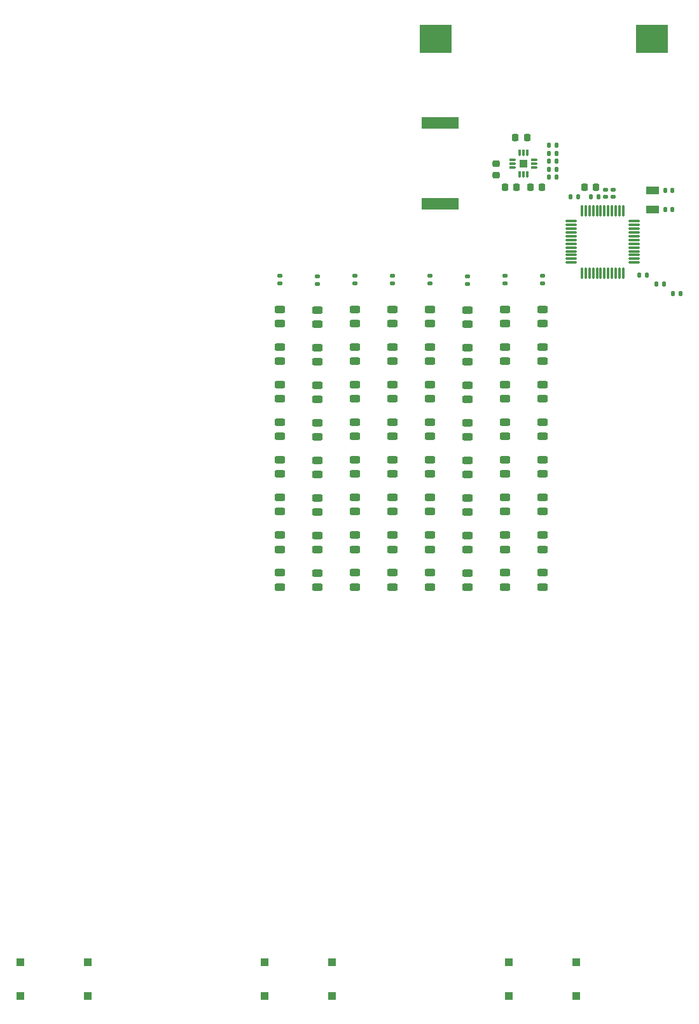
<source format=gbr>
%TF.GenerationSoftware,KiCad,Pcbnew,8.0.6*%
%TF.CreationDate,2024-10-30T01:37:24+00:00*%
%TF.ProjectId,Chirstmas-Card,43686972-7374-46d6-9173-2d436172642e,rev?*%
%TF.SameCoordinates,Original*%
%TF.FileFunction,Paste,Top*%
%TF.FilePolarity,Positive*%
%FSLAX46Y46*%
G04 Gerber Fmt 4.6, Leading zero omitted, Abs format (unit mm)*
G04 Created by KiCad (PCBNEW 8.0.6) date 2024-10-30 01:37:24*
%MOMM*%
%LPD*%
G01*
G04 APERTURE LIST*
G04 Aperture macros list*
%AMRoundRect*
0 Rectangle with rounded corners*
0 $1 Rounding radius*
0 $2 $3 $4 $5 $6 $7 $8 $9 X,Y pos of 4 corners*
0 Add a 4 corners polygon primitive as box body*
4,1,4,$2,$3,$4,$5,$6,$7,$8,$9,$2,$3,0*
0 Add four circle primitives for the rounded corners*
1,1,$1+$1,$2,$3*
1,1,$1+$1,$4,$5*
1,1,$1+$1,$6,$7*
1,1,$1+$1,$8,$9*
0 Add four rect primitives between the rounded corners*
20,1,$1+$1,$2,$3,$4,$5,0*
20,1,$1+$1,$4,$5,$6,$7,0*
20,1,$1+$1,$6,$7,$8,$9,0*
20,1,$1+$1,$8,$9,$2,$3,0*%
G04 Aperture macros list end*
%ADD10C,0.010000*%
%ADD11R,5.000000X1.500000*%
%ADD12RoundRect,0.135000X-0.135000X-0.185000X0.135000X-0.185000X0.135000X0.185000X-0.135000X0.185000X0*%
%ADD13RoundRect,0.135000X0.135000X0.185000X-0.135000X0.185000X-0.135000X-0.185000X0.135000X-0.185000X0*%
%ADD14R,1.800000X1.000000*%
%ADD15RoundRect,0.039000X0.381000X0.091000X-0.381000X0.091000X-0.381000X-0.091000X0.381000X-0.091000X0*%
%ADD16RoundRect,0.039000X0.091000X0.381000X-0.091000X0.381000X-0.091000X-0.381000X0.091000X-0.381000X0*%
%ADD17R,1.000000X1.000000*%
%ADD18RoundRect,0.135000X-0.185000X0.135000X-0.185000X-0.135000X0.185000X-0.135000X0.185000X0.135000X0*%
%ADD19RoundRect,0.225000X0.225000X0.250000X-0.225000X0.250000X-0.225000X-0.250000X0.225000X-0.250000X0*%
%ADD20RoundRect,0.140000X0.140000X0.170000X-0.140000X0.170000X-0.140000X-0.170000X0.140000X-0.170000X0*%
%ADD21RoundRect,0.140000X0.170000X-0.140000X0.170000X0.140000X-0.170000X0.140000X-0.170000X-0.140000X0*%
%ADD22RoundRect,0.140000X-0.140000X-0.170000X0.140000X-0.170000X0.140000X0.170000X-0.140000X0.170000X0*%
%ADD23RoundRect,0.225000X-0.250000X0.225000X-0.250000X-0.225000X0.250000X-0.225000X0.250000X0.225000X0*%
%ADD24R,4.200000X3.800000*%
%ADD25RoundRect,0.243750X-0.456250X0.243750X-0.456250X-0.243750X0.456250X-0.243750X0.456250X0.243750X0*%
%ADD26RoundRect,0.075000X-0.075000X0.662500X-0.075000X-0.662500X0.075000X-0.662500X0.075000X0.662500X0*%
%ADD27RoundRect,0.075000X-0.662500X0.075000X-0.662500X-0.075000X0.662500X-0.075000X0.662500X0.075000X0*%
%ADD28RoundRect,0.225000X-0.225000X-0.250000X0.225000X-0.250000X0.225000X0.250000X-0.225000X0.250000X0*%
G04 APERTURE END LIST*
D10*
%TO.C,U1*%
X122910000Y-60035000D02*
X121990000Y-60035000D01*
X121990000Y-59115000D01*
X122910000Y-59115000D01*
X122910000Y-60035000D01*
G36*
X122910000Y-60035000D02*
G01*
X121990000Y-60035000D01*
X121990000Y-59115000D01*
X122910000Y-59115000D01*
X122910000Y-60035000D01*
G37*
%TD*%
D11*
%TO.C,LS1*%
X111375000Y-54175000D03*
X111375000Y-64975000D03*
%TD*%
D12*
%TO.C,R16*%
X125887500Y-61425000D03*
X126907500Y-61425000D03*
%TD*%
D13*
%TO.C,R15*%
X126907500Y-60350000D03*
X125887500Y-60350000D03*
%TD*%
D14*
%TO.C,Y1*%
X139675000Y-65700000D03*
X139675000Y-63200000D03*
%TD*%
D15*
%TO.C,U1*%
X123880000Y-60075000D03*
X123880000Y-59575000D03*
X123880000Y-59075000D03*
D16*
X122950000Y-58145000D03*
X122450000Y-58145000D03*
X121950000Y-58145000D03*
D15*
X121020000Y-59075000D03*
X121020000Y-59575000D03*
X121020000Y-60075000D03*
D16*
X121950000Y-61005000D03*
X122450000Y-61005000D03*
X122950000Y-61005000D03*
%TD*%
D17*
%TO.C,SW3*%
X129500000Y-170250000D03*
X120500000Y-170250000D03*
X129500000Y-165750000D03*
X120500000Y-165750000D03*
%TD*%
%TO.C,SW2*%
X97000000Y-170250000D03*
X88000000Y-170250000D03*
X97000000Y-165750000D03*
X88000000Y-165750000D03*
%TD*%
%TO.C,SW1*%
X64500000Y-170250000D03*
X55500000Y-170250000D03*
X64500000Y-165750000D03*
X55500000Y-165750000D03*
%TD*%
D12*
%TO.C,R14*%
X125887500Y-57175000D03*
X126907500Y-57175000D03*
%TD*%
%TO.C,R13*%
X142330000Y-76850000D03*
X143350000Y-76850000D03*
%TD*%
%TO.C,R12*%
X140140000Y-75600000D03*
X141160000Y-75600000D03*
%TD*%
D13*
%TO.C,R11*%
X126907500Y-59300000D03*
X125887500Y-59300000D03*
%TD*%
D12*
%TO.C,R10*%
X125887500Y-58225000D03*
X126907500Y-58225000D03*
%TD*%
%TO.C,R9*%
X137890000Y-74400000D03*
X138910000Y-74400000D03*
%TD*%
D18*
%TO.C,R8*%
X125000000Y-74490000D03*
X125000000Y-75510000D03*
%TD*%
%TO.C,R7*%
X120000000Y-74490000D03*
X120000000Y-75510000D03*
%TD*%
%TO.C,R6*%
X115000000Y-74552499D03*
X115000000Y-75572499D03*
%TD*%
%TO.C,R5*%
X110000000Y-74490000D03*
X110000000Y-75510000D03*
%TD*%
%TO.C,R4*%
X105000000Y-74490000D03*
X105000000Y-75510000D03*
%TD*%
%TO.C,R3*%
X100000000Y-74490000D03*
X100000000Y-75510000D03*
%TD*%
%TO.C,R2*%
X95000000Y-74552499D03*
X95000000Y-75572499D03*
%TD*%
%TO.C,R1*%
X90000000Y-74490000D03*
X90000000Y-75510000D03*
%TD*%
D19*
%TO.C,C11*%
X132150000Y-62700000D03*
X130600000Y-62700000D03*
%TD*%
D20*
%TO.C,C10*%
X132430000Y-64025000D03*
X131470000Y-64025000D03*
%TD*%
D21*
%TO.C,C9*%
X134400000Y-64005000D03*
X134400000Y-63045000D03*
%TD*%
%TO.C,C8*%
X133400000Y-64005000D03*
X133400000Y-63045000D03*
%TD*%
D20*
%TO.C,C7*%
X129705000Y-64000000D03*
X128745000Y-64000000D03*
%TD*%
D22*
%TO.C,C6*%
X141345000Y-65700000D03*
X142305000Y-65700000D03*
%TD*%
%TO.C,C5*%
X141345000Y-63200000D03*
X142305000Y-63200000D03*
%TD*%
D23*
%TO.C,C4*%
X118797500Y-59575000D03*
X118797500Y-61125000D03*
%TD*%
D19*
%TO.C,C3*%
X122947500Y-56125000D03*
X121397500Y-56125000D03*
%TD*%
D24*
%TO.C,BT1*%
X139535000Y-43000000D03*
X110765000Y-43000000D03*
%TD*%
D19*
%TO.C,C1*%
X124922500Y-62700000D03*
X123372500Y-62700000D03*
%TD*%
D25*
%TO.C,D43*%
X110000000Y-104000000D03*
X110000000Y-105875002D03*
%TD*%
%TO.C,D48*%
X95000000Y-104062499D03*
X95000000Y-105937501D03*
%TD*%
%TO.C,D59*%
X110000000Y-114000000D03*
X110000000Y-115875002D03*
%TD*%
%TO.C,D44*%
X115000000Y-104062499D03*
X115000000Y-105937501D03*
%TD*%
%TO.C,D52*%
X115000000Y-109062499D03*
X115000000Y-110937501D03*
%TD*%
%TO.C,D3*%
X110000000Y-79000000D03*
X110000000Y-80875002D03*
%TD*%
%TO.C,D49*%
X100000000Y-109000000D03*
X100000000Y-110875002D03*
%TD*%
%TO.C,D23*%
X90000000Y-89000000D03*
X90000000Y-90875002D03*
%TD*%
D26*
%TO.C,U2*%
X135750000Y-65837500D03*
X135250000Y-65837500D03*
X134750000Y-65837500D03*
X134250000Y-65837500D03*
X133750000Y-65837500D03*
X133250000Y-65837500D03*
X132750000Y-65837500D03*
X132250000Y-65837500D03*
X131750000Y-65837500D03*
X131250000Y-65837500D03*
X130750000Y-65837500D03*
X130250000Y-65837500D03*
D27*
X128837500Y-67250000D03*
X128837500Y-67750000D03*
X128837500Y-68250000D03*
X128837500Y-68750000D03*
X128837500Y-69250000D03*
X128837500Y-69750000D03*
X128837500Y-70250000D03*
X128837500Y-70750000D03*
X128837500Y-71250000D03*
X128837500Y-71750000D03*
X128837500Y-72250000D03*
X128837500Y-72750000D03*
D26*
X130250000Y-74162500D03*
X130750000Y-74162500D03*
X131250000Y-74162500D03*
X131750000Y-74162500D03*
X132250000Y-74162500D03*
X132750000Y-74162500D03*
X133250000Y-74162500D03*
X133750000Y-74162500D03*
X134250000Y-74162500D03*
X134750000Y-74162500D03*
X135250000Y-74162500D03*
X135750000Y-74162500D03*
D27*
X137162500Y-72750000D03*
X137162500Y-72250000D03*
X137162500Y-71750000D03*
X137162500Y-71250000D03*
X137162500Y-70750000D03*
X137162500Y-70250000D03*
X137162500Y-69750000D03*
X137162500Y-69250000D03*
X137162500Y-68750000D03*
X137162500Y-68250000D03*
X137162500Y-67750000D03*
X137162500Y-67250000D03*
%TD*%
D25*
%TO.C,D5*%
X120000000Y-79000000D03*
X120000000Y-80875002D03*
%TD*%
%TO.C,D50*%
X105000000Y-109000000D03*
X105000000Y-110875002D03*
%TD*%
%TO.C,D61*%
X120000000Y-114000000D03*
X120000000Y-115875002D03*
%TD*%
%TO.C,D46*%
X125000000Y-104000000D03*
X125000000Y-105875002D03*
%TD*%
%TO.C,D56*%
X95000000Y-109062499D03*
X95000000Y-110937501D03*
%TD*%
%TO.C,D29*%
X120000000Y-94000000D03*
X120000000Y-95875002D03*
%TD*%
%TO.C,D38*%
X125000000Y-99000000D03*
X125000000Y-100875002D03*
%TD*%
%TO.C,D2*%
X105000000Y-79000000D03*
X105000000Y-80875002D03*
%TD*%
%TO.C,D55*%
X90000000Y-109000000D03*
X90000000Y-110875002D03*
%TD*%
%TO.C,D40*%
X95000000Y-99062499D03*
X95000000Y-100937501D03*
%TD*%
%TO.C,D41*%
X100000000Y-104000000D03*
X100000000Y-105875002D03*
%TD*%
%TO.C,D1*%
X100000000Y-79000000D03*
X100000000Y-80875002D03*
%TD*%
%TO.C,D11*%
X110000000Y-84000000D03*
X110000000Y-85875002D03*
%TD*%
%TO.C,D10*%
X105000000Y-84000000D03*
X105000000Y-85875002D03*
%TD*%
%TO.C,D42*%
X105000000Y-104000000D03*
X105000000Y-105875002D03*
%TD*%
%TO.C,D31*%
X90000000Y-94000000D03*
X90000000Y-95875002D03*
%TD*%
%TO.C,D20*%
X115000000Y-89062499D03*
X115000000Y-90937501D03*
%TD*%
%TO.C,D47*%
X90000000Y-104000000D03*
X90000000Y-105875002D03*
%TD*%
%TO.C,D39*%
X90000000Y-99000000D03*
X90000000Y-100875002D03*
%TD*%
%TO.C,D35*%
X110000000Y-99000000D03*
X110000000Y-100875002D03*
%TD*%
%TO.C,D15*%
X90000000Y-84000000D03*
X90000000Y-85875002D03*
%TD*%
%TO.C,D25*%
X100000000Y-94000000D03*
X100000000Y-95875002D03*
%TD*%
%TO.C,D64*%
X95000000Y-114062499D03*
X95000000Y-115937501D03*
%TD*%
%TO.C,D60*%
X115000000Y-114062499D03*
X115000000Y-115937501D03*
%TD*%
%TO.C,D4*%
X115000000Y-79062499D03*
X115000000Y-80937501D03*
%TD*%
%TO.C,D36*%
X115000000Y-99062499D03*
X115000000Y-100937501D03*
%TD*%
%TO.C,D62*%
X125000000Y-114000000D03*
X125000000Y-115875002D03*
%TD*%
%TO.C,D14*%
X125000000Y-84000000D03*
X125000000Y-85875002D03*
%TD*%
%TO.C,D17*%
X100000000Y-89000000D03*
X100000000Y-90875002D03*
%TD*%
%TO.C,D57*%
X100000000Y-114000000D03*
X100000000Y-115875002D03*
%TD*%
%TO.C,D32*%
X95000000Y-94062499D03*
X95000000Y-95937501D03*
%TD*%
%TO.C,D28*%
X115000000Y-94062499D03*
X115000000Y-95937501D03*
%TD*%
%TO.C,D7*%
X90000000Y-79000000D03*
X90000000Y-80875002D03*
%TD*%
%TO.C,D37*%
X120000000Y-99000000D03*
X120000000Y-100875002D03*
%TD*%
%TO.C,D54*%
X125000000Y-109000000D03*
X125000000Y-110875002D03*
%TD*%
%TO.C,D58*%
X105000000Y-114000000D03*
X105000000Y-115875002D03*
%TD*%
%TO.C,D63*%
X90000000Y-114000000D03*
X90000000Y-115875002D03*
%TD*%
%TO.C,D6*%
X125000000Y-79000000D03*
X125000000Y-80875002D03*
%TD*%
%TO.C,D27*%
X110000000Y-94000000D03*
X110000000Y-95875002D03*
%TD*%
%TO.C,D18*%
X105000000Y-89000000D03*
X105000000Y-90875002D03*
%TD*%
%TO.C,D24*%
X95000000Y-89062499D03*
X95000000Y-90937501D03*
%TD*%
%TO.C,D12*%
X115000000Y-84062499D03*
X115000000Y-85937501D03*
%TD*%
%TO.C,D34*%
X105000000Y-99000000D03*
X105000000Y-100875002D03*
%TD*%
%TO.C,D8*%
X95000000Y-79062499D03*
X95000000Y-80937501D03*
%TD*%
%TO.C,D9*%
X100000000Y-84000000D03*
X100000000Y-85875002D03*
%TD*%
%TO.C,D33*%
X100000000Y-99000000D03*
X100000000Y-100875002D03*
%TD*%
%TO.C,D19*%
X110000000Y-89000000D03*
X110000000Y-90875002D03*
%TD*%
D28*
%TO.C,C2*%
X119972500Y-62700000D03*
X121522500Y-62700000D03*
%TD*%
D25*
%TO.C,D30*%
X125000000Y-94000000D03*
X125000000Y-95875002D03*
%TD*%
%TO.C,D45*%
X120000000Y-104000000D03*
X120000000Y-105875002D03*
%TD*%
%TO.C,D53*%
X120000000Y-109000000D03*
X120000000Y-110875002D03*
%TD*%
%TO.C,D26*%
X105000000Y-94000000D03*
X105000000Y-95875002D03*
%TD*%
%TO.C,D16*%
X95000000Y-84062499D03*
X95000000Y-85937501D03*
%TD*%
%TO.C,D51*%
X110000000Y-109000000D03*
X110000000Y-110875002D03*
%TD*%
%TO.C,D22*%
X125000000Y-89000000D03*
X125000000Y-90875002D03*
%TD*%
%TO.C,D21*%
X120000000Y-89000000D03*
X120000000Y-90875002D03*
%TD*%
%TO.C,D13*%
X120000000Y-84000000D03*
X120000000Y-85875002D03*
%TD*%
M02*

</source>
